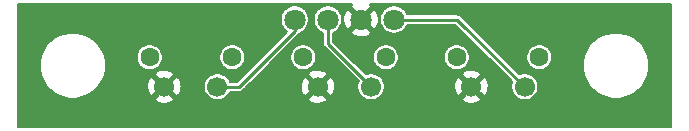
<source format=gbr>
G04 #@! TF.GenerationSoftware,KiCad,Pcbnew,(5.1.5)-3*
G04 #@! TF.CreationDate,2020-12-20T17:30:11+01:00*
G04 #@! TF.ProjectId,Taster,54617374-6572-42e6-9b69-6361645f7063,rev?*
G04 #@! TF.SameCoordinates,Original*
G04 #@! TF.FileFunction,Copper,L1,Top*
G04 #@! TF.FilePolarity,Positive*
%FSLAX46Y46*%
G04 Gerber Fmt 4.6, Leading zero omitted, Abs format (unit mm)*
G04 Created by KiCad (PCBNEW (5.1.5)-3) date 2020-12-20 17:30:11*
%MOMM*%
%LPD*%
G04 APERTURE LIST*
%ADD10C,1.600000*%
%ADD11C,1.700000*%
%ADD12C,1.800000*%
%ADD13C,0.250000*%
%ADD14C,0.200000*%
G04 APERTURE END LIST*
D10*
X31500000Y-4800000D03*
X24500000Y-4800000D03*
D11*
X30250000Y-7300000D03*
X25750000Y-7300000D03*
D12*
X29400000Y-1600000D03*
X32200000Y-1600000D03*
X26600000Y-1600000D03*
X23800000Y-1600000D03*
D10*
X44500000Y-4800000D03*
X37500000Y-4800000D03*
D11*
X43250000Y-7300000D03*
X38750000Y-7300000D03*
D10*
X18500000Y-4800000D03*
X11500000Y-4800000D03*
D11*
X17250000Y-7300000D03*
X12750000Y-7300000D03*
D13*
X23800000Y-2600000D02*
X23800000Y-1600000D01*
X17250000Y-7300000D02*
X19100000Y-7300000D01*
X19100000Y-7300000D02*
X23800000Y-2600000D01*
X26600000Y-3650000D02*
X30250000Y-7300000D01*
X26600000Y-1600000D02*
X26600000Y-3650000D01*
X37550000Y-1600000D02*
X43250000Y-7300000D01*
X32200000Y-1600000D02*
X37550000Y-1600000D01*
D14*
G36*
X28552219Y-540087D02*
G01*
X29400000Y-1387868D01*
X30247781Y-540087D01*
X30169805Y-325000D01*
X55675000Y-325000D01*
X55675001Y-10675000D01*
X325000Y-10675000D01*
X325000Y-8324159D01*
X11937973Y-8324159D01*
X12019491Y-8560655D01*
X12279469Y-8678948D01*
X12557529Y-8744248D01*
X12842986Y-8754046D01*
X13124870Y-8707967D01*
X13392347Y-8607780D01*
X13480509Y-8560655D01*
X13562027Y-8324159D01*
X12750000Y-7512132D01*
X11937973Y-8324159D01*
X325000Y-8324159D01*
X325000Y-5224224D01*
X2200000Y-5224224D01*
X2200000Y-5775776D01*
X2307602Y-6316730D01*
X2518672Y-6826297D01*
X2825098Y-7284896D01*
X3215104Y-7674902D01*
X3673703Y-7981328D01*
X4183270Y-8192398D01*
X4724224Y-8300000D01*
X5275776Y-8300000D01*
X5816730Y-8192398D01*
X6326297Y-7981328D01*
X6784896Y-7674902D01*
X7066812Y-7392986D01*
X11295954Y-7392986D01*
X11342033Y-7674870D01*
X11442220Y-7942347D01*
X11489345Y-8030509D01*
X11725841Y-8112027D01*
X12537868Y-7300000D01*
X12962132Y-7300000D01*
X13774159Y-8112027D01*
X14010655Y-8030509D01*
X14128948Y-7770531D01*
X14194248Y-7492471D01*
X14204046Y-7207014D01*
X14200732Y-7186735D01*
X16100000Y-7186735D01*
X16100000Y-7413265D01*
X16144194Y-7635443D01*
X16230884Y-7844729D01*
X16356737Y-8033082D01*
X16516918Y-8193263D01*
X16705271Y-8319116D01*
X16914557Y-8405806D01*
X17136735Y-8450000D01*
X17363265Y-8450000D01*
X17585443Y-8405806D01*
X17782554Y-8324159D01*
X24937973Y-8324159D01*
X25019491Y-8560655D01*
X25279469Y-8678948D01*
X25557529Y-8744248D01*
X25842986Y-8754046D01*
X26124870Y-8707967D01*
X26392347Y-8607780D01*
X26480509Y-8560655D01*
X26562027Y-8324159D01*
X25750000Y-7512132D01*
X24937973Y-8324159D01*
X17782554Y-8324159D01*
X17794729Y-8319116D01*
X17983082Y-8193263D01*
X18143263Y-8033082D01*
X18269116Y-7844729D01*
X18318710Y-7725000D01*
X19079133Y-7725000D01*
X19100000Y-7727055D01*
X19120867Y-7725000D01*
X19120874Y-7725000D01*
X19183314Y-7718850D01*
X19263427Y-7694548D01*
X19337260Y-7655084D01*
X19401974Y-7601974D01*
X19415284Y-7585756D01*
X19608054Y-7392986D01*
X24295954Y-7392986D01*
X24342033Y-7674870D01*
X24442220Y-7942347D01*
X24489345Y-8030509D01*
X24725841Y-8112027D01*
X25537868Y-7300000D01*
X25962132Y-7300000D01*
X26774159Y-8112027D01*
X27010655Y-8030509D01*
X27128948Y-7770531D01*
X27194248Y-7492471D01*
X27204046Y-7207014D01*
X27157967Y-6925130D01*
X27057780Y-6657653D01*
X27010655Y-6569491D01*
X26774159Y-6487973D01*
X25962132Y-7300000D01*
X25537868Y-7300000D01*
X24725841Y-6487973D01*
X24489345Y-6569491D01*
X24371052Y-6829469D01*
X24305752Y-7107529D01*
X24295954Y-7392986D01*
X19608054Y-7392986D01*
X20725199Y-6275841D01*
X24937973Y-6275841D01*
X25750000Y-7087868D01*
X26562027Y-6275841D01*
X26480509Y-6039345D01*
X26220531Y-5921052D01*
X25942471Y-5855752D01*
X25657014Y-5845954D01*
X25375130Y-5892033D01*
X25107653Y-5992220D01*
X25019491Y-6039345D01*
X24937973Y-6275841D01*
X20725199Y-6275841D01*
X22309381Y-4691659D01*
X23400000Y-4691659D01*
X23400000Y-4908341D01*
X23442273Y-5120858D01*
X23525193Y-5321045D01*
X23645575Y-5501209D01*
X23798791Y-5654425D01*
X23978955Y-5774807D01*
X24179142Y-5857727D01*
X24391659Y-5900000D01*
X24608341Y-5900000D01*
X24820858Y-5857727D01*
X25021045Y-5774807D01*
X25201209Y-5654425D01*
X25354425Y-5501209D01*
X25474807Y-5321045D01*
X25557727Y-5120858D01*
X25600000Y-4908341D01*
X25600000Y-4691659D01*
X25557727Y-4479142D01*
X25474807Y-4278955D01*
X25354425Y-4098791D01*
X25201209Y-3945575D01*
X25021045Y-3825193D01*
X24820858Y-3742273D01*
X24608341Y-3700000D01*
X24391659Y-3700000D01*
X24179142Y-3742273D01*
X23978955Y-3825193D01*
X23798791Y-3945575D01*
X23645575Y-4098791D01*
X23525193Y-4278955D01*
X23442273Y-4479142D01*
X23400000Y-4691659D01*
X22309381Y-4691659D01*
X24085763Y-2915278D01*
X24101974Y-2901974D01*
X24155084Y-2837260D01*
X24180801Y-2789145D01*
X24194548Y-2763428D01*
X24204257Y-2731421D01*
X24368413Y-2663426D01*
X24564955Y-2532101D01*
X24732101Y-2364955D01*
X24863426Y-2168413D01*
X24953884Y-1950027D01*
X25000000Y-1718190D01*
X25000000Y-1481810D01*
X25400000Y-1481810D01*
X25400000Y-1718190D01*
X25446116Y-1950027D01*
X25536574Y-2168413D01*
X25667899Y-2364955D01*
X25835045Y-2532101D01*
X26031587Y-2663426D01*
X26175001Y-2722830D01*
X26175001Y-3629123D01*
X26172945Y-3650000D01*
X26181150Y-3733314D01*
X26205453Y-3813427D01*
X26244917Y-3887260D01*
X26298027Y-3951974D01*
X26314239Y-3965279D01*
X29193788Y-6844828D01*
X29144194Y-6964557D01*
X29100000Y-7186735D01*
X29100000Y-7413265D01*
X29144194Y-7635443D01*
X29230884Y-7844729D01*
X29356737Y-8033082D01*
X29516918Y-8193263D01*
X29705271Y-8319116D01*
X29914557Y-8405806D01*
X30136735Y-8450000D01*
X30363265Y-8450000D01*
X30585443Y-8405806D01*
X30782554Y-8324159D01*
X37937973Y-8324159D01*
X38019491Y-8560655D01*
X38279469Y-8678948D01*
X38557529Y-8744248D01*
X38842986Y-8754046D01*
X39124870Y-8707967D01*
X39392347Y-8607780D01*
X39480509Y-8560655D01*
X39562027Y-8324159D01*
X38750000Y-7512132D01*
X37937973Y-8324159D01*
X30782554Y-8324159D01*
X30794729Y-8319116D01*
X30983082Y-8193263D01*
X31143263Y-8033082D01*
X31269116Y-7844729D01*
X31355806Y-7635443D01*
X31400000Y-7413265D01*
X31400000Y-7392986D01*
X37295954Y-7392986D01*
X37342033Y-7674870D01*
X37442220Y-7942347D01*
X37489345Y-8030509D01*
X37725841Y-8112027D01*
X38537868Y-7300000D01*
X38962132Y-7300000D01*
X39774159Y-8112027D01*
X40010655Y-8030509D01*
X40128948Y-7770531D01*
X40194248Y-7492471D01*
X40204046Y-7207014D01*
X40157967Y-6925130D01*
X40057780Y-6657653D01*
X40010655Y-6569491D01*
X39774159Y-6487973D01*
X38962132Y-7300000D01*
X38537868Y-7300000D01*
X37725841Y-6487973D01*
X37489345Y-6569491D01*
X37371052Y-6829469D01*
X37305752Y-7107529D01*
X37295954Y-7392986D01*
X31400000Y-7392986D01*
X31400000Y-7186735D01*
X31355806Y-6964557D01*
X31269116Y-6755271D01*
X31143263Y-6566918D01*
X30983082Y-6406737D01*
X30794729Y-6280884D01*
X30782555Y-6275841D01*
X37937973Y-6275841D01*
X38750000Y-7087868D01*
X39562027Y-6275841D01*
X39480509Y-6039345D01*
X39220531Y-5921052D01*
X38942471Y-5855752D01*
X38657014Y-5845954D01*
X38375130Y-5892033D01*
X38107653Y-5992220D01*
X38019491Y-6039345D01*
X37937973Y-6275841D01*
X30782555Y-6275841D01*
X30585443Y-6194194D01*
X30363265Y-6150000D01*
X30136735Y-6150000D01*
X29914557Y-6194194D01*
X29794828Y-6243788D01*
X28242699Y-4691659D01*
X30400000Y-4691659D01*
X30400000Y-4908341D01*
X30442273Y-5120858D01*
X30525193Y-5321045D01*
X30645575Y-5501209D01*
X30798791Y-5654425D01*
X30978955Y-5774807D01*
X31179142Y-5857727D01*
X31391659Y-5900000D01*
X31608341Y-5900000D01*
X31820858Y-5857727D01*
X32021045Y-5774807D01*
X32201209Y-5654425D01*
X32354425Y-5501209D01*
X32474807Y-5321045D01*
X32557727Y-5120858D01*
X32600000Y-4908341D01*
X32600000Y-4691659D01*
X36400000Y-4691659D01*
X36400000Y-4908341D01*
X36442273Y-5120858D01*
X36525193Y-5321045D01*
X36645575Y-5501209D01*
X36798791Y-5654425D01*
X36978955Y-5774807D01*
X37179142Y-5857727D01*
X37391659Y-5900000D01*
X37608341Y-5900000D01*
X37820858Y-5857727D01*
X38021045Y-5774807D01*
X38201209Y-5654425D01*
X38354425Y-5501209D01*
X38474807Y-5321045D01*
X38557727Y-5120858D01*
X38600000Y-4908341D01*
X38600000Y-4691659D01*
X38557727Y-4479142D01*
X38474807Y-4278955D01*
X38354425Y-4098791D01*
X38201209Y-3945575D01*
X38021045Y-3825193D01*
X37820858Y-3742273D01*
X37608341Y-3700000D01*
X37391659Y-3700000D01*
X37179142Y-3742273D01*
X36978955Y-3825193D01*
X36798791Y-3945575D01*
X36645575Y-4098791D01*
X36525193Y-4278955D01*
X36442273Y-4479142D01*
X36400000Y-4691659D01*
X32600000Y-4691659D01*
X32557727Y-4479142D01*
X32474807Y-4278955D01*
X32354425Y-4098791D01*
X32201209Y-3945575D01*
X32021045Y-3825193D01*
X31820858Y-3742273D01*
X31608341Y-3700000D01*
X31391659Y-3700000D01*
X31179142Y-3742273D01*
X30978955Y-3825193D01*
X30798791Y-3945575D01*
X30645575Y-4098791D01*
X30525193Y-4278955D01*
X30442273Y-4479142D01*
X30400000Y-4691659D01*
X28242699Y-4691659D01*
X27025000Y-3473960D01*
X27025000Y-2722829D01*
X27168413Y-2663426D01*
X27173670Y-2659913D01*
X28552219Y-2659913D01*
X28639806Y-2901512D01*
X28908326Y-3024810D01*
X29195740Y-3093354D01*
X29491004Y-3104509D01*
X29782771Y-3057846D01*
X30059828Y-2955160D01*
X30160194Y-2901512D01*
X30247781Y-2659913D01*
X29400000Y-1812132D01*
X28552219Y-2659913D01*
X27173670Y-2659913D01*
X27364955Y-2532101D01*
X27532101Y-2364955D01*
X27663426Y-2168413D01*
X27753884Y-1950027D01*
X27800000Y-1718190D01*
X27800000Y-1691004D01*
X27895491Y-1691004D01*
X27942154Y-1982771D01*
X28044840Y-2259828D01*
X28098488Y-2360194D01*
X28340087Y-2447781D01*
X29187868Y-1600000D01*
X29612132Y-1600000D01*
X30459913Y-2447781D01*
X30701512Y-2360194D01*
X30824810Y-2091674D01*
X30893354Y-1804260D01*
X30904509Y-1508996D01*
X30900162Y-1481810D01*
X31000000Y-1481810D01*
X31000000Y-1718190D01*
X31046116Y-1950027D01*
X31136574Y-2168413D01*
X31267899Y-2364955D01*
X31435045Y-2532101D01*
X31631587Y-2663426D01*
X31849973Y-2753884D01*
X32081810Y-2800000D01*
X32318190Y-2800000D01*
X32550027Y-2753884D01*
X32768413Y-2663426D01*
X32964955Y-2532101D01*
X33132101Y-2364955D01*
X33263426Y-2168413D01*
X33322829Y-2025000D01*
X37373960Y-2025000D01*
X42193788Y-6844829D01*
X42144194Y-6964557D01*
X42100000Y-7186735D01*
X42100000Y-7413265D01*
X42144194Y-7635443D01*
X42230884Y-7844729D01*
X42356737Y-8033082D01*
X42516918Y-8193263D01*
X42705271Y-8319116D01*
X42914557Y-8405806D01*
X43136735Y-8450000D01*
X43363265Y-8450000D01*
X43585443Y-8405806D01*
X43794729Y-8319116D01*
X43983082Y-8193263D01*
X44143263Y-8033082D01*
X44269116Y-7844729D01*
X44355806Y-7635443D01*
X44400000Y-7413265D01*
X44400000Y-7186735D01*
X44355806Y-6964557D01*
X44269116Y-6755271D01*
X44143263Y-6566918D01*
X43983082Y-6406737D01*
X43794729Y-6280884D01*
X43585443Y-6194194D01*
X43363265Y-6150000D01*
X43136735Y-6150000D01*
X42914557Y-6194194D01*
X42794829Y-6243788D01*
X41242700Y-4691659D01*
X43400000Y-4691659D01*
X43400000Y-4908341D01*
X43442273Y-5120858D01*
X43525193Y-5321045D01*
X43645575Y-5501209D01*
X43798791Y-5654425D01*
X43978955Y-5774807D01*
X44179142Y-5857727D01*
X44391659Y-5900000D01*
X44608341Y-5900000D01*
X44820858Y-5857727D01*
X45021045Y-5774807D01*
X45201209Y-5654425D01*
X45354425Y-5501209D01*
X45474807Y-5321045D01*
X45514911Y-5224224D01*
X48200000Y-5224224D01*
X48200000Y-5775776D01*
X48307602Y-6316730D01*
X48518672Y-6826297D01*
X48825098Y-7284896D01*
X49215104Y-7674902D01*
X49673703Y-7981328D01*
X50183270Y-8192398D01*
X50724224Y-8300000D01*
X51275776Y-8300000D01*
X51816730Y-8192398D01*
X52326297Y-7981328D01*
X52784896Y-7674902D01*
X53174902Y-7284896D01*
X53481328Y-6826297D01*
X53692398Y-6316730D01*
X53800000Y-5775776D01*
X53800000Y-5224224D01*
X53692398Y-4683270D01*
X53481328Y-4173703D01*
X53174902Y-3715104D01*
X52784896Y-3325098D01*
X52326297Y-3018672D01*
X51816730Y-2807602D01*
X51275776Y-2700000D01*
X50724224Y-2700000D01*
X50183270Y-2807602D01*
X49673703Y-3018672D01*
X49215104Y-3325098D01*
X48825098Y-3715104D01*
X48518672Y-4173703D01*
X48307602Y-4683270D01*
X48200000Y-5224224D01*
X45514911Y-5224224D01*
X45557727Y-5120858D01*
X45600000Y-4908341D01*
X45600000Y-4691659D01*
X45557727Y-4479142D01*
X45474807Y-4278955D01*
X45354425Y-4098791D01*
X45201209Y-3945575D01*
X45021045Y-3825193D01*
X44820858Y-3742273D01*
X44608341Y-3700000D01*
X44391659Y-3700000D01*
X44179142Y-3742273D01*
X43978955Y-3825193D01*
X43798791Y-3945575D01*
X43645575Y-4098791D01*
X43525193Y-4278955D01*
X43442273Y-4479142D01*
X43400000Y-4691659D01*
X41242700Y-4691659D01*
X37865284Y-1314244D01*
X37851974Y-1298026D01*
X37787260Y-1244916D01*
X37713427Y-1205452D01*
X37633314Y-1181150D01*
X37570874Y-1175000D01*
X37570867Y-1175000D01*
X37550000Y-1172945D01*
X37529133Y-1175000D01*
X33322829Y-1175000D01*
X33263426Y-1031587D01*
X33132101Y-835045D01*
X32964955Y-667899D01*
X32768413Y-536574D01*
X32550027Y-446116D01*
X32318190Y-400000D01*
X32081810Y-400000D01*
X31849973Y-446116D01*
X31631587Y-536574D01*
X31435045Y-667899D01*
X31267899Y-835045D01*
X31136574Y-1031587D01*
X31046116Y-1249973D01*
X31000000Y-1481810D01*
X30900162Y-1481810D01*
X30857846Y-1217229D01*
X30755160Y-940172D01*
X30701512Y-839806D01*
X30459913Y-752219D01*
X29612132Y-1600000D01*
X29187868Y-1600000D01*
X28340087Y-752219D01*
X28098488Y-839806D01*
X27975190Y-1108326D01*
X27906646Y-1395740D01*
X27895491Y-1691004D01*
X27800000Y-1691004D01*
X27800000Y-1481810D01*
X27753884Y-1249973D01*
X27663426Y-1031587D01*
X27532101Y-835045D01*
X27364955Y-667899D01*
X27168413Y-536574D01*
X26950027Y-446116D01*
X26718190Y-400000D01*
X26481810Y-400000D01*
X26249973Y-446116D01*
X26031587Y-536574D01*
X25835045Y-667899D01*
X25667899Y-835045D01*
X25536574Y-1031587D01*
X25446116Y-1249973D01*
X25400000Y-1481810D01*
X25000000Y-1481810D01*
X24953884Y-1249973D01*
X24863426Y-1031587D01*
X24732101Y-835045D01*
X24564955Y-667899D01*
X24368413Y-536574D01*
X24150027Y-446116D01*
X23918190Y-400000D01*
X23681810Y-400000D01*
X23449973Y-446116D01*
X23231587Y-536574D01*
X23035045Y-667899D01*
X22867899Y-835045D01*
X22736574Y-1031587D01*
X22646116Y-1249973D01*
X22600000Y-1481810D01*
X22600000Y-1718190D01*
X22646116Y-1950027D01*
X22736574Y-2168413D01*
X22867899Y-2364955D01*
X23035045Y-2532101D01*
X23174007Y-2624952D01*
X18923960Y-6875000D01*
X18318710Y-6875000D01*
X18269116Y-6755271D01*
X18143263Y-6566918D01*
X17983082Y-6406737D01*
X17794729Y-6280884D01*
X17585443Y-6194194D01*
X17363265Y-6150000D01*
X17136735Y-6150000D01*
X16914557Y-6194194D01*
X16705271Y-6280884D01*
X16516918Y-6406737D01*
X16356737Y-6566918D01*
X16230884Y-6755271D01*
X16144194Y-6964557D01*
X16100000Y-7186735D01*
X14200732Y-7186735D01*
X14157967Y-6925130D01*
X14057780Y-6657653D01*
X14010655Y-6569491D01*
X13774159Y-6487973D01*
X12962132Y-7300000D01*
X12537868Y-7300000D01*
X11725841Y-6487973D01*
X11489345Y-6569491D01*
X11371052Y-6829469D01*
X11305752Y-7107529D01*
X11295954Y-7392986D01*
X7066812Y-7392986D01*
X7174902Y-7284896D01*
X7481328Y-6826297D01*
X7692398Y-6316730D01*
X7700531Y-6275841D01*
X11937973Y-6275841D01*
X12750000Y-7087868D01*
X13562027Y-6275841D01*
X13480509Y-6039345D01*
X13220531Y-5921052D01*
X12942471Y-5855752D01*
X12657014Y-5845954D01*
X12375130Y-5892033D01*
X12107653Y-5992220D01*
X12019491Y-6039345D01*
X11937973Y-6275841D01*
X7700531Y-6275841D01*
X7800000Y-5775776D01*
X7800000Y-5224224D01*
X7694067Y-4691659D01*
X10400000Y-4691659D01*
X10400000Y-4908341D01*
X10442273Y-5120858D01*
X10525193Y-5321045D01*
X10645575Y-5501209D01*
X10798791Y-5654425D01*
X10978955Y-5774807D01*
X11179142Y-5857727D01*
X11391659Y-5900000D01*
X11608341Y-5900000D01*
X11820858Y-5857727D01*
X12021045Y-5774807D01*
X12201209Y-5654425D01*
X12354425Y-5501209D01*
X12474807Y-5321045D01*
X12557727Y-5120858D01*
X12600000Y-4908341D01*
X12600000Y-4691659D01*
X17400000Y-4691659D01*
X17400000Y-4908341D01*
X17442273Y-5120858D01*
X17525193Y-5321045D01*
X17645575Y-5501209D01*
X17798791Y-5654425D01*
X17978955Y-5774807D01*
X18179142Y-5857727D01*
X18391659Y-5900000D01*
X18608341Y-5900000D01*
X18820858Y-5857727D01*
X19021045Y-5774807D01*
X19201209Y-5654425D01*
X19354425Y-5501209D01*
X19474807Y-5321045D01*
X19557727Y-5120858D01*
X19600000Y-4908341D01*
X19600000Y-4691659D01*
X19557727Y-4479142D01*
X19474807Y-4278955D01*
X19354425Y-4098791D01*
X19201209Y-3945575D01*
X19021045Y-3825193D01*
X18820858Y-3742273D01*
X18608341Y-3700000D01*
X18391659Y-3700000D01*
X18179142Y-3742273D01*
X17978955Y-3825193D01*
X17798791Y-3945575D01*
X17645575Y-4098791D01*
X17525193Y-4278955D01*
X17442273Y-4479142D01*
X17400000Y-4691659D01*
X12600000Y-4691659D01*
X12557727Y-4479142D01*
X12474807Y-4278955D01*
X12354425Y-4098791D01*
X12201209Y-3945575D01*
X12021045Y-3825193D01*
X11820858Y-3742273D01*
X11608341Y-3700000D01*
X11391659Y-3700000D01*
X11179142Y-3742273D01*
X10978955Y-3825193D01*
X10798791Y-3945575D01*
X10645575Y-4098791D01*
X10525193Y-4278955D01*
X10442273Y-4479142D01*
X10400000Y-4691659D01*
X7694067Y-4691659D01*
X7692398Y-4683270D01*
X7481328Y-4173703D01*
X7174902Y-3715104D01*
X6784896Y-3325098D01*
X6326297Y-3018672D01*
X5816730Y-2807602D01*
X5275776Y-2700000D01*
X4724224Y-2700000D01*
X4183270Y-2807602D01*
X3673703Y-3018672D01*
X3215104Y-3325098D01*
X2825098Y-3715104D01*
X2518672Y-4173703D01*
X2307602Y-4683270D01*
X2200000Y-5224224D01*
X325000Y-5224224D01*
X325000Y-325000D01*
X28630195Y-325000D01*
X28552219Y-540087D01*
G37*
X28552219Y-540087D02*
X29400000Y-1387868D01*
X30247781Y-540087D01*
X30169805Y-325000D01*
X55675000Y-325000D01*
X55675001Y-10675000D01*
X325000Y-10675000D01*
X325000Y-8324159D01*
X11937973Y-8324159D01*
X12019491Y-8560655D01*
X12279469Y-8678948D01*
X12557529Y-8744248D01*
X12842986Y-8754046D01*
X13124870Y-8707967D01*
X13392347Y-8607780D01*
X13480509Y-8560655D01*
X13562027Y-8324159D01*
X12750000Y-7512132D01*
X11937973Y-8324159D01*
X325000Y-8324159D01*
X325000Y-5224224D01*
X2200000Y-5224224D01*
X2200000Y-5775776D01*
X2307602Y-6316730D01*
X2518672Y-6826297D01*
X2825098Y-7284896D01*
X3215104Y-7674902D01*
X3673703Y-7981328D01*
X4183270Y-8192398D01*
X4724224Y-8300000D01*
X5275776Y-8300000D01*
X5816730Y-8192398D01*
X6326297Y-7981328D01*
X6784896Y-7674902D01*
X7066812Y-7392986D01*
X11295954Y-7392986D01*
X11342033Y-7674870D01*
X11442220Y-7942347D01*
X11489345Y-8030509D01*
X11725841Y-8112027D01*
X12537868Y-7300000D01*
X12962132Y-7300000D01*
X13774159Y-8112027D01*
X14010655Y-8030509D01*
X14128948Y-7770531D01*
X14194248Y-7492471D01*
X14204046Y-7207014D01*
X14200732Y-7186735D01*
X16100000Y-7186735D01*
X16100000Y-7413265D01*
X16144194Y-7635443D01*
X16230884Y-7844729D01*
X16356737Y-8033082D01*
X16516918Y-8193263D01*
X16705271Y-8319116D01*
X16914557Y-8405806D01*
X17136735Y-8450000D01*
X17363265Y-8450000D01*
X17585443Y-8405806D01*
X17782554Y-8324159D01*
X24937973Y-8324159D01*
X25019491Y-8560655D01*
X25279469Y-8678948D01*
X25557529Y-8744248D01*
X25842986Y-8754046D01*
X26124870Y-8707967D01*
X26392347Y-8607780D01*
X26480509Y-8560655D01*
X26562027Y-8324159D01*
X25750000Y-7512132D01*
X24937973Y-8324159D01*
X17782554Y-8324159D01*
X17794729Y-8319116D01*
X17983082Y-8193263D01*
X18143263Y-8033082D01*
X18269116Y-7844729D01*
X18318710Y-7725000D01*
X19079133Y-7725000D01*
X19100000Y-7727055D01*
X19120867Y-7725000D01*
X19120874Y-7725000D01*
X19183314Y-7718850D01*
X19263427Y-7694548D01*
X19337260Y-7655084D01*
X19401974Y-7601974D01*
X19415284Y-7585756D01*
X19608054Y-7392986D01*
X24295954Y-7392986D01*
X24342033Y-7674870D01*
X24442220Y-7942347D01*
X24489345Y-8030509D01*
X24725841Y-8112027D01*
X25537868Y-7300000D01*
X25962132Y-7300000D01*
X26774159Y-8112027D01*
X27010655Y-8030509D01*
X27128948Y-7770531D01*
X27194248Y-7492471D01*
X27204046Y-7207014D01*
X27157967Y-6925130D01*
X27057780Y-6657653D01*
X27010655Y-6569491D01*
X26774159Y-6487973D01*
X25962132Y-7300000D01*
X25537868Y-7300000D01*
X24725841Y-6487973D01*
X24489345Y-6569491D01*
X24371052Y-6829469D01*
X24305752Y-7107529D01*
X24295954Y-7392986D01*
X19608054Y-7392986D01*
X20725199Y-6275841D01*
X24937973Y-6275841D01*
X25750000Y-7087868D01*
X26562027Y-6275841D01*
X26480509Y-6039345D01*
X26220531Y-5921052D01*
X25942471Y-5855752D01*
X25657014Y-5845954D01*
X25375130Y-5892033D01*
X25107653Y-5992220D01*
X25019491Y-6039345D01*
X24937973Y-6275841D01*
X20725199Y-6275841D01*
X22309381Y-4691659D01*
X23400000Y-4691659D01*
X23400000Y-4908341D01*
X23442273Y-5120858D01*
X23525193Y-5321045D01*
X23645575Y-5501209D01*
X23798791Y-5654425D01*
X23978955Y-5774807D01*
X24179142Y-5857727D01*
X24391659Y-5900000D01*
X24608341Y-5900000D01*
X24820858Y-5857727D01*
X25021045Y-5774807D01*
X25201209Y-5654425D01*
X25354425Y-5501209D01*
X25474807Y-5321045D01*
X25557727Y-5120858D01*
X25600000Y-4908341D01*
X25600000Y-4691659D01*
X25557727Y-4479142D01*
X25474807Y-4278955D01*
X25354425Y-4098791D01*
X25201209Y-3945575D01*
X25021045Y-3825193D01*
X24820858Y-3742273D01*
X24608341Y-3700000D01*
X24391659Y-3700000D01*
X24179142Y-3742273D01*
X23978955Y-3825193D01*
X23798791Y-3945575D01*
X23645575Y-4098791D01*
X23525193Y-4278955D01*
X23442273Y-4479142D01*
X23400000Y-4691659D01*
X22309381Y-4691659D01*
X24085763Y-2915278D01*
X24101974Y-2901974D01*
X24155084Y-2837260D01*
X24180801Y-2789145D01*
X24194548Y-2763428D01*
X24204257Y-2731421D01*
X24368413Y-2663426D01*
X24564955Y-2532101D01*
X24732101Y-2364955D01*
X24863426Y-2168413D01*
X24953884Y-1950027D01*
X25000000Y-1718190D01*
X25000000Y-1481810D01*
X25400000Y-1481810D01*
X25400000Y-1718190D01*
X25446116Y-1950027D01*
X25536574Y-2168413D01*
X25667899Y-2364955D01*
X25835045Y-2532101D01*
X26031587Y-2663426D01*
X26175001Y-2722830D01*
X26175001Y-3629123D01*
X26172945Y-3650000D01*
X26181150Y-3733314D01*
X26205453Y-3813427D01*
X26244917Y-3887260D01*
X26298027Y-3951974D01*
X26314239Y-3965279D01*
X29193788Y-6844828D01*
X29144194Y-6964557D01*
X29100000Y-7186735D01*
X29100000Y-7413265D01*
X29144194Y-7635443D01*
X29230884Y-7844729D01*
X29356737Y-8033082D01*
X29516918Y-8193263D01*
X29705271Y-8319116D01*
X29914557Y-8405806D01*
X30136735Y-8450000D01*
X30363265Y-8450000D01*
X30585443Y-8405806D01*
X30782554Y-8324159D01*
X37937973Y-8324159D01*
X38019491Y-8560655D01*
X38279469Y-8678948D01*
X38557529Y-8744248D01*
X38842986Y-8754046D01*
X39124870Y-8707967D01*
X39392347Y-8607780D01*
X39480509Y-8560655D01*
X39562027Y-8324159D01*
X38750000Y-7512132D01*
X37937973Y-8324159D01*
X30782554Y-8324159D01*
X30794729Y-8319116D01*
X30983082Y-8193263D01*
X31143263Y-8033082D01*
X31269116Y-7844729D01*
X31355806Y-7635443D01*
X31400000Y-7413265D01*
X31400000Y-7392986D01*
X37295954Y-7392986D01*
X37342033Y-7674870D01*
X37442220Y-7942347D01*
X37489345Y-8030509D01*
X37725841Y-8112027D01*
X38537868Y-7300000D01*
X38962132Y-7300000D01*
X39774159Y-8112027D01*
X40010655Y-8030509D01*
X40128948Y-7770531D01*
X40194248Y-7492471D01*
X40204046Y-7207014D01*
X40157967Y-6925130D01*
X40057780Y-6657653D01*
X40010655Y-6569491D01*
X39774159Y-6487973D01*
X38962132Y-7300000D01*
X38537868Y-7300000D01*
X37725841Y-6487973D01*
X37489345Y-6569491D01*
X37371052Y-6829469D01*
X37305752Y-7107529D01*
X37295954Y-7392986D01*
X31400000Y-7392986D01*
X31400000Y-7186735D01*
X31355806Y-6964557D01*
X31269116Y-6755271D01*
X31143263Y-6566918D01*
X30983082Y-6406737D01*
X30794729Y-6280884D01*
X30782555Y-6275841D01*
X37937973Y-6275841D01*
X38750000Y-7087868D01*
X39562027Y-6275841D01*
X39480509Y-6039345D01*
X39220531Y-5921052D01*
X38942471Y-5855752D01*
X38657014Y-5845954D01*
X38375130Y-5892033D01*
X38107653Y-5992220D01*
X38019491Y-6039345D01*
X37937973Y-6275841D01*
X30782555Y-6275841D01*
X30585443Y-6194194D01*
X30363265Y-6150000D01*
X30136735Y-6150000D01*
X29914557Y-6194194D01*
X29794828Y-6243788D01*
X28242699Y-4691659D01*
X30400000Y-4691659D01*
X30400000Y-4908341D01*
X30442273Y-5120858D01*
X30525193Y-5321045D01*
X30645575Y-5501209D01*
X30798791Y-5654425D01*
X30978955Y-5774807D01*
X31179142Y-5857727D01*
X31391659Y-5900000D01*
X31608341Y-5900000D01*
X31820858Y-5857727D01*
X32021045Y-5774807D01*
X32201209Y-5654425D01*
X32354425Y-5501209D01*
X32474807Y-5321045D01*
X32557727Y-5120858D01*
X32600000Y-4908341D01*
X32600000Y-4691659D01*
X36400000Y-4691659D01*
X36400000Y-4908341D01*
X36442273Y-5120858D01*
X36525193Y-5321045D01*
X36645575Y-5501209D01*
X36798791Y-5654425D01*
X36978955Y-5774807D01*
X37179142Y-5857727D01*
X37391659Y-5900000D01*
X37608341Y-5900000D01*
X37820858Y-5857727D01*
X38021045Y-5774807D01*
X38201209Y-5654425D01*
X38354425Y-5501209D01*
X38474807Y-5321045D01*
X38557727Y-5120858D01*
X38600000Y-4908341D01*
X38600000Y-4691659D01*
X38557727Y-4479142D01*
X38474807Y-4278955D01*
X38354425Y-4098791D01*
X38201209Y-3945575D01*
X38021045Y-3825193D01*
X37820858Y-3742273D01*
X37608341Y-3700000D01*
X37391659Y-3700000D01*
X37179142Y-3742273D01*
X36978955Y-3825193D01*
X36798791Y-3945575D01*
X36645575Y-4098791D01*
X36525193Y-4278955D01*
X36442273Y-4479142D01*
X36400000Y-4691659D01*
X32600000Y-4691659D01*
X32557727Y-4479142D01*
X32474807Y-4278955D01*
X32354425Y-4098791D01*
X32201209Y-3945575D01*
X32021045Y-3825193D01*
X31820858Y-3742273D01*
X31608341Y-3700000D01*
X31391659Y-3700000D01*
X31179142Y-3742273D01*
X30978955Y-3825193D01*
X30798791Y-3945575D01*
X30645575Y-4098791D01*
X30525193Y-4278955D01*
X30442273Y-4479142D01*
X30400000Y-4691659D01*
X28242699Y-4691659D01*
X27025000Y-3473960D01*
X27025000Y-2722829D01*
X27168413Y-2663426D01*
X27173670Y-2659913D01*
X28552219Y-2659913D01*
X28639806Y-2901512D01*
X28908326Y-3024810D01*
X29195740Y-3093354D01*
X29491004Y-3104509D01*
X29782771Y-3057846D01*
X30059828Y-2955160D01*
X30160194Y-2901512D01*
X30247781Y-2659913D01*
X29400000Y-1812132D01*
X28552219Y-2659913D01*
X27173670Y-2659913D01*
X27364955Y-2532101D01*
X27532101Y-2364955D01*
X27663426Y-2168413D01*
X27753884Y-1950027D01*
X27800000Y-1718190D01*
X27800000Y-1691004D01*
X27895491Y-1691004D01*
X27942154Y-1982771D01*
X28044840Y-2259828D01*
X28098488Y-2360194D01*
X28340087Y-2447781D01*
X29187868Y-1600000D01*
X29612132Y-1600000D01*
X30459913Y-2447781D01*
X30701512Y-2360194D01*
X30824810Y-2091674D01*
X30893354Y-1804260D01*
X30904509Y-1508996D01*
X30900162Y-1481810D01*
X31000000Y-1481810D01*
X31000000Y-1718190D01*
X31046116Y-1950027D01*
X31136574Y-2168413D01*
X31267899Y-2364955D01*
X31435045Y-2532101D01*
X31631587Y-2663426D01*
X31849973Y-2753884D01*
X32081810Y-2800000D01*
X32318190Y-2800000D01*
X32550027Y-2753884D01*
X32768413Y-2663426D01*
X32964955Y-2532101D01*
X33132101Y-2364955D01*
X33263426Y-2168413D01*
X33322829Y-2025000D01*
X37373960Y-2025000D01*
X42193788Y-6844829D01*
X42144194Y-6964557D01*
X42100000Y-7186735D01*
X42100000Y-7413265D01*
X42144194Y-7635443D01*
X42230884Y-7844729D01*
X42356737Y-8033082D01*
X42516918Y-8193263D01*
X42705271Y-8319116D01*
X42914557Y-8405806D01*
X43136735Y-8450000D01*
X43363265Y-8450000D01*
X43585443Y-8405806D01*
X43794729Y-8319116D01*
X43983082Y-8193263D01*
X44143263Y-8033082D01*
X44269116Y-7844729D01*
X44355806Y-7635443D01*
X44400000Y-7413265D01*
X44400000Y-7186735D01*
X44355806Y-6964557D01*
X44269116Y-6755271D01*
X44143263Y-6566918D01*
X43983082Y-6406737D01*
X43794729Y-6280884D01*
X43585443Y-6194194D01*
X43363265Y-6150000D01*
X43136735Y-6150000D01*
X42914557Y-6194194D01*
X42794829Y-6243788D01*
X41242700Y-4691659D01*
X43400000Y-4691659D01*
X43400000Y-4908341D01*
X43442273Y-5120858D01*
X43525193Y-5321045D01*
X43645575Y-5501209D01*
X43798791Y-5654425D01*
X43978955Y-5774807D01*
X44179142Y-5857727D01*
X44391659Y-5900000D01*
X44608341Y-5900000D01*
X44820858Y-5857727D01*
X45021045Y-5774807D01*
X45201209Y-5654425D01*
X45354425Y-5501209D01*
X45474807Y-5321045D01*
X45514911Y-5224224D01*
X48200000Y-5224224D01*
X48200000Y-5775776D01*
X48307602Y-6316730D01*
X48518672Y-6826297D01*
X48825098Y-7284896D01*
X49215104Y-7674902D01*
X49673703Y-7981328D01*
X50183270Y-8192398D01*
X50724224Y-8300000D01*
X51275776Y-8300000D01*
X51816730Y-8192398D01*
X52326297Y-7981328D01*
X52784896Y-7674902D01*
X53174902Y-7284896D01*
X53481328Y-6826297D01*
X53692398Y-6316730D01*
X53800000Y-5775776D01*
X53800000Y-5224224D01*
X53692398Y-4683270D01*
X53481328Y-4173703D01*
X53174902Y-3715104D01*
X52784896Y-3325098D01*
X52326297Y-3018672D01*
X51816730Y-2807602D01*
X51275776Y-2700000D01*
X50724224Y-2700000D01*
X50183270Y-2807602D01*
X49673703Y-3018672D01*
X49215104Y-3325098D01*
X48825098Y-3715104D01*
X48518672Y-4173703D01*
X48307602Y-4683270D01*
X48200000Y-5224224D01*
X45514911Y-5224224D01*
X45557727Y-5120858D01*
X45600000Y-4908341D01*
X45600000Y-4691659D01*
X45557727Y-4479142D01*
X45474807Y-4278955D01*
X45354425Y-4098791D01*
X45201209Y-3945575D01*
X45021045Y-3825193D01*
X44820858Y-3742273D01*
X44608341Y-3700000D01*
X44391659Y-3700000D01*
X44179142Y-3742273D01*
X43978955Y-3825193D01*
X43798791Y-3945575D01*
X43645575Y-4098791D01*
X43525193Y-4278955D01*
X43442273Y-4479142D01*
X43400000Y-4691659D01*
X41242700Y-4691659D01*
X37865284Y-1314244D01*
X37851974Y-1298026D01*
X37787260Y-1244916D01*
X37713427Y-1205452D01*
X37633314Y-1181150D01*
X37570874Y-1175000D01*
X37570867Y-1175000D01*
X37550000Y-1172945D01*
X37529133Y-1175000D01*
X33322829Y-1175000D01*
X33263426Y-1031587D01*
X33132101Y-835045D01*
X32964955Y-667899D01*
X32768413Y-536574D01*
X32550027Y-446116D01*
X32318190Y-400000D01*
X32081810Y-400000D01*
X31849973Y-446116D01*
X31631587Y-536574D01*
X31435045Y-667899D01*
X31267899Y-835045D01*
X31136574Y-1031587D01*
X31046116Y-1249973D01*
X31000000Y-1481810D01*
X30900162Y-1481810D01*
X30857846Y-1217229D01*
X30755160Y-940172D01*
X30701512Y-839806D01*
X30459913Y-752219D01*
X29612132Y-1600000D01*
X29187868Y-1600000D01*
X28340087Y-752219D01*
X28098488Y-839806D01*
X27975190Y-1108326D01*
X27906646Y-1395740D01*
X27895491Y-1691004D01*
X27800000Y-1691004D01*
X27800000Y-1481810D01*
X27753884Y-1249973D01*
X27663426Y-1031587D01*
X27532101Y-835045D01*
X27364955Y-667899D01*
X27168413Y-536574D01*
X26950027Y-446116D01*
X26718190Y-400000D01*
X26481810Y-400000D01*
X26249973Y-446116D01*
X26031587Y-536574D01*
X25835045Y-667899D01*
X25667899Y-835045D01*
X25536574Y-1031587D01*
X25446116Y-1249973D01*
X25400000Y-1481810D01*
X25000000Y-1481810D01*
X24953884Y-1249973D01*
X24863426Y-1031587D01*
X24732101Y-835045D01*
X24564955Y-667899D01*
X24368413Y-536574D01*
X24150027Y-446116D01*
X23918190Y-400000D01*
X23681810Y-400000D01*
X23449973Y-446116D01*
X23231587Y-536574D01*
X23035045Y-667899D01*
X22867899Y-835045D01*
X22736574Y-1031587D01*
X22646116Y-1249973D01*
X22600000Y-1481810D01*
X22600000Y-1718190D01*
X22646116Y-1950027D01*
X22736574Y-2168413D01*
X22867899Y-2364955D01*
X23035045Y-2532101D01*
X23174007Y-2624952D01*
X18923960Y-6875000D01*
X18318710Y-6875000D01*
X18269116Y-6755271D01*
X18143263Y-6566918D01*
X17983082Y-6406737D01*
X17794729Y-6280884D01*
X17585443Y-6194194D01*
X17363265Y-6150000D01*
X17136735Y-6150000D01*
X16914557Y-6194194D01*
X16705271Y-6280884D01*
X16516918Y-6406737D01*
X16356737Y-6566918D01*
X16230884Y-6755271D01*
X16144194Y-6964557D01*
X16100000Y-7186735D01*
X14200732Y-7186735D01*
X14157967Y-6925130D01*
X14057780Y-6657653D01*
X14010655Y-6569491D01*
X13774159Y-6487973D01*
X12962132Y-7300000D01*
X12537868Y-7300000D01*
X11725841Y-6487973D01*
X11489345Y-6569491D01*
X11371052Y-6829469D01*
X11305752Y-7107529D01*
X11295954Y-7392986D01*
X7066812Y-7392986D01*
X7174902Y-7284896D01*
X7481328Y-6826297D01*
X7692398Y-6316730D01*
X7700531Y-6275841D01*
X11937973Y-6275841D01*
X12750000Y-7087868D01*
X13562027Y-6275841D01*
X13480509Y-6039345D01*
X13220531Y-5921052D01*
X12942471Y-5855752D01*
X12657014Y-5845954D01*
X12375130Y-5892033D01*
X12107653Y-5992220D01*
X12019491Y-6039345D01*
X11937973Y-6275841D01*
X7700531Y-6275841D01*
X7800000Y-5775776D01*
X7800000Y-5224224D01*
X7694067Y-4691659D01*
X10400000Y-4691659D01*
X10400000Y-4908341D01*
X10442273Y-5120858D01*
X10525193Y-5321045D01*
X10645575Y-5501209D01*
X10798791Y-5654425D01*
X10978955Y-5774807D01*
X11179142Y-5857727D01*
X11391659Y-5900000D01*
X11608341Y-5900000D01*
X11820858Y-5857727D01*
X12021045Y-5774807D01*
X12201209Y-5654425D01*
X12354425Y-5501209D01*
X12474807Y-5321045D01*
X12557727Y-5120858D01*
X12600000Y-4908341D01*
X12600000Y-4691659D01*
X17400000Y-4691659D01*
X17400000Y-4908341D01*
X17442273Y-5120858D01*
X17525193Y-5321045D01*
X17645575Y-5501209D01*
X17798791Y-5654425D01*
X17978955Y-5774807D01*
X18179142Y-5857727D01*
X18391659Y-5900000D01*
X18608341Y-5900000D01*
X18820858Y-5857727D01*
X19021045Y-5774807D01*
X19201209Y-5654425D01*
X19354425Y-5501209D01*
X19474807Y-5321045D01*
X19557727Y-5120858D01*
X19600000Y-4908341D01*
X19600000Y-4691659D01*
X19557727Y-4479142D01*
X19474807Y-4278955D01*
X19354425Y-4098791D01*
X19201209Y-3945575D01*
X19021045Y-3825193D01*
X18820858Y-3742273D01*
X18608341Y-3700000D01*
X18391659Y-3700000D01*
X18179142Y-3742273D01*
X17978955Y-3825193D01*
X17798791Y-3945575D01*
X17645575Y-4098791D01*
X17525193Y-4278955D01*
X17442273Y-4479142D01*
X17400000Y-4691659D01*
X12600000Y-4691659D01*
X12557727Y-4479142D01*
X12474807Y-4278955D01*
X12354425Y-4098791D01*
X12201209Y-3945575D01*
X12021045Y-3825193D01*
X11820858Y-3742273D01*
X11608341Y-3700000D01*
X11391659Y-3700000D01*
X11179142Y-3742273D01*
X10978955Y-3825193D01*
X10798791Y-3945575D01*
X10645575Y-4098791D01*
X10525193Y-4278955D01*
X10442273Y-4479142D01*
X10400000Y-4691659D01*
X7694067Y-4691659D01*
X7692398Y-4683270D01*
X7481328Y-4173703D01*
X7174902Y-3715104D01*
X6784896Y-3325098D01*
X6326297Y-3018672D01*
X5816730Y-2807602D01*
X5275776Y-2700000D01*
X4724224Y-2700000D01*
X4183270Y-2807602D01*
X3673703Y-3018672D01*
X3215104Y-3325098D01*
X2825098Y-3715104D01*
X2518672Y-4173703D01*
X2307602Y-4683270D01*
X2200000Y-5224224D01*
X325000Y-5224224D01*
X325000Y-325000D01*
X28630195Y-325000D01*
X28552219Y-540087D01*
M02*

</source>
